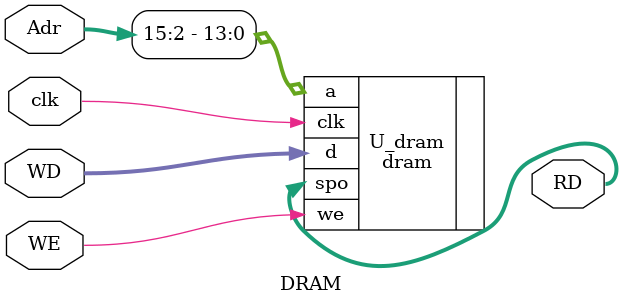
<source format=v>
module DRAM (
    input wire clk,
    input wire WE,        // write enable
    input wire[15:0] Adr, 
    input wire[31:0] WD,  // write to ram(load)
    output reg[31:0] RD   // write back to register(store)
);

// 64KB DRAM
dram U_dram (
    .clk(clk),
    .a  (Adr[15:2]),
    .spo(RD),
    .we (WE),
    .d  (WD)
);


endmodule
</source>
